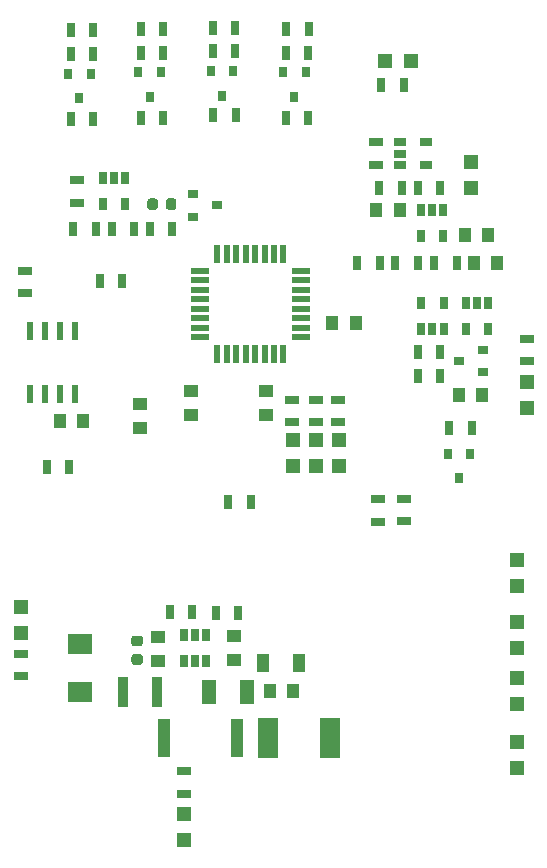
<source format=gbr>
G04 #@! TF.GenerationSoftware,KiCad,Pcbnew,5.0.2-bee76a0~70~ubuntu18.04.1*
G04 #@! TF.CreationDate,2019-04-27T20:52:58-04:00*
G04 #@! TF.ProjectId,Brakelight_Shutdown_BSPD,4272616b-656c-4696-9768-745f53687574,rev?*
G04 #@! TF.SameCoordinates,Original*
G04 #@! TF.FileFunction,Paste,Top*
G04 #@! TF.FilePolarity,Positive*
%FSLAX46Y46*%
G04 Gerber Fmt 4.6, Leading zero omitted, Abs format (unit mm)*
G04 Created by KiCad (PCBNEW 5.0.2-bee76a0~70~ubuntu18.04.1) date Sat 27 Apr 2019 08:52:58 PM EDT*
%MOMM*%
%LPD*%
G01*
G04 APERTURE LIST*
%ADD10R,0.800000X0.900000*%
%ADD11R,0.700000X1.300000*%
%ADD12R,1.250000X1.000000*%
%ADD13R,1.000000X1.250000*%
%ADD14R,1.200000X1.200000*%
%ADD15R,1.600000X0.550000*%
%ADD16R,0.550000X1.600000*%
%ADD17R,0.900000X0.800000*%
%ADD18R,1.300000X0.700000*%
%ADD19C,0.100000*%
%ADD20C,0.875000*%
%ADD21R,1.060000X0.650000*%
%ADD22R,0.650000X1.060000*%
%ADD23R,0.600000X1.550000*%
%ADD24R,1.780000X3.500000*%
%ADD25R,0.900000X2.500000*%
%ADD26R,1.200000X2.000000*%
%ADD27R,1.000000X3.200000*%
%ADD28R,1.000000X1.600000*%
%ADD29R,2.159000X1.778000*%
G04 APERTURE END LIST*
D10*
G04 #@! TO.C,Q7*
X184546200Y-62450400D03*
X183596200Y-60350400D03*
X185496200Y-60350400D03*
G04 #@! TD*
D11*
G04 #@! TO.C,R1*
X185115200Y-96875600D03*
X187015200Y-96875600D03*
G04 #@! TD*
D12*
G04 #@! TO.C,C1*
X177647600Y-90576400D03*
X177647600Y-88576400D03*
G04 #@! TD*
D13*
G04 #@! TO.C,C2*
X193878200Y-81737200D03*
X195878200Y-81737200D03*
G04 #@! TD*
D12*
G04 #@! TO.C,C3*
X188302900Y-89484200D03*
X188302900Y-87484200D03*
G04 #@! TD*
G04 #@! TO.C,C4*
X181952900Y-89452200D03*
X181952900Y-87452200D03*
G04 #@! TD*
D13*
G04 #@! TO.C,C5*
X199602600Y-72161400D03*
X197602600Y-72161400D03*
G04 #@! TD*
G04 #@! TO.C,C6*
X204622400Y-87833200D03*
X206622400Y-87833200D03*
G04 #@! TD*
G04 #@! TO.C,C8*
X207130400Y-74269600D03*
X205130400Y-74269600D03*
G04 #@! TD*
G04 #@! TO.C,C9*
X170840400Y-89966800D03*
X172840400Y-89966800D03*
G04 #@! TD*
G04 #@! TO.C,C10*
X205883000Y-76631800D03*
X207883000Y-76631800D03*
G04 #@! TD*
D14*
G04 #@! TO.C,D1*
X205663800Y-68056400D03*
X205663800Y-70256400D03*
G04 #@! TD*
G04 #@! TO.C,D4*
X210388200Y-88857000D03*
X210388200Y-86657000D03*
G04 #@! TD*
G04 #@! TO.C,D5*
X194462400Y-91622700D03*
X194462400Y-93822700D03*
G04 #@! TD*
G04 #@! TO.C,D7*
X209550000Y-101770000D03*
X209550000Y-103970000D03*
G04 #@! TD*
G04 #@! TO.C,D8*
X209550000Y-119380000D03*
X209550000Y-117180000D03*
G04 #@! TD*
G04 #@! TO.C,D9*
X209550000Y-107020000D03*
X209550000Y-109220000D03*
G04 #@! TD*
G04 #@! TO.C,D10*
X209550000Y-111760000D03*
X209550000Y-113960000D03*
G04 #@! TD*
G04 #@! TO.C,D12*
X192557400Y-93843200D03*
X192557400Y-91643200D03*
G04 #@! TD*
G04 #@! TO.C,D13*
X190588900Y-91643200D03*
X190588900Y-93843200D03*
G04 #@! TD*
D15*
G04 #@! TO.C,IC1*
X182719400Y-77286200D03*
X182719400Y-78086200D03*
X182719400Y-78886200D03*
X182719400Y-79686200D03*
X182719400Y-80486200D03*
X182719400Y-81286200D03*
X182719400Y-82086200D03*
X182719400Y-82886200D03*
D16*
X184169400Y-84336200D03*
X184969400Y-84336200D03*
X185769400Y-84336200D03*
X186569400Y-84336200D03*
X187369400Y-84336200D03*
X188169400Y-84336200D03*
X188969400Y-84336200D03*
X189769400Y-84336200D03*
D15*
X191219400Y-82886200D03*
X191219400Y-82086200D03*
X191219400Y-81286200D03*
X191219400Y-80486200D03*
X191219400Y-79686200D03*
X191219400Y-78886200D03*
X191219400Y-78086200D03*
X191219400Y-77286200D03*
D16*
X189769400Y-75836200D03*
X188969400Y-75836200D03*
X188169400Y-75836200D03*
X187369400Y-75836200D03*
X186569400Y-75836200D03*
X185769400Y-75836200D03*
X184969400Y-75836200D03*
X184169400Y-75836200D03*
G04 #@! TD*
D17*
G04 #@! TO.C,Q1*
X204597000Y-84912200D03*
X206697000Y-83962200D03*
X206697000Y-85862200D03*
G04 #@! TD*
D10*
G04 #@! TO.C,Q2*
X204637600Y-94860800D03*
X203687600Y-92760800D03*
X205587600Y-92760800D03*
G04 #@! TD*
G04 #@! TO.C,Q3*
X173443551Y-60587171D03*
X171543551Y-60587171D03*
X172493551Y-62687171D03*
G04 #@! TD*
G04 #@! TO.C,Q4*
X191653200Y-60485600D03*
X189753200Y-60485600D03*
X190703200Y-62585600D03*
G04 #@! TD*
G04 #@! TO.C,Q5*
X179385000Y-60485600D03*
X177485000Y-60485600D03*
X178435000Y-62585600D03*
G04 #@! TD*
D17*
G04 #@! TO.C,Q6*
X182075400Y-70779600D03*
X182075400Y-72679600D03*
X184175400Y-71729600D03*
G04 #@! TD*
D18*
G04 #@! TO.C,R2*
X197586600Y-68285400D03*
X197586600Y-66385400D03*
G04 #@! TD*
D11*
G04 #@! TO.C,R3*
X174233800Y-78130400D03*
X176133800Y-78130400D03*
G04 #@! TD*
G04 #@! TO.C,R4*
X171653200Y-93903800D03*
X169753200Y-93903800D03*
G04 #@! TD*
G04 #@! TO.C,R5*
X203047600Y-70231000D03*
X201147600Y-70231000D03*
G04 #@! TD*
G04 #@! TO.C,R6*
X201122200Y-86182200D03*
X203022200Y-86182200D03*
G04 #@! TD*
G04 #@! TO.C,R7*
X199771000Y-70231000D03*
X197871000Y-70231000D03*
G04 #@! TD*
G04 #@! TO.C,R8*
X196016800Y-76606400D03*
X197916800Y-76606400D03*
G04 #@! TD*
G04 #@! TO.C,R9*
X201122200Y-84175600D03*
X203022200Y-84175600D03*
G04 #@! TD*
G04 #@! TO.C,R11*
X201127400Y-76606400D03*
X199227400Y-76606400D03*
G04 #@! TD*
G04 #@! TO.C,R13*
X204429400Y-76631800D03*
X202529400Y-76631800D03*
G04 #@! TD*
D18*
G04 #@! TO.C,R14*
X167919400Y-79194700D03*
X167919400Y-77294700D03*
G04 #@! TD*
G04 #@! TO.C,R17*
X210362800Y-84937600D03*
X210362800Y-83037600D03*
G04 #@! TD*
D11*
G04 #@! TO.C,R18*
X203809600Y-90576400D03*
X205709600Y-90576400D03*
G04 #@! TD*
G04 #@! TO.C,R21*
X173661951Y-56891471D03*
X171761951Y-56891471D03*
G04 #@! TD*
G04 #@! TO.C,R22*
X173661951Y-58885371D03*
X171761951Y-58885371D03*
G04 #@! TD*
G04 #@! TO.C,R23*
X171749251Y-64384471D03*
X173649251Y-64384471D03*
G04 #@! TD*
G04 #@! TO.C,R24*
X171963000Y-73710800D03*
X173863000Y-73710800D03*
G04 #@! TD*
D18*
G04 #@! TO.C,R25*
X172288200Y-71511200D03*
X172288200Y-69611200D03*
G04 #@! TD*
D11*
G04 #@! TO.C,R26*
X189992000Y-56845200D03*
X191892000Y-56845200D03*
G04 #@! TD*
G04 #@! TO.C,R27*
X177134600Y-73710800D03*
X175234600Y-73710800D03*
G04 #@! TD*
G04 #@! TO.C,R28*
X177688200Y-56845200D03*
X179588200Y-56845200D03*
G04 #@! TD*
G04 #@! TO.C,R29*
X189981800Y-58801000D03*
X191881800Y-58801000D03*
G04 #@! TD*
G04 #@! TO.C,R30*
X177688200Y-58801000D03*
X179588200Y-58801000D03*
G04 #@! TD*
G04 #@! TO.C,R31*
X189946200Y-64312800D03*
X191846200Y-64312800D03*
G04 #@! TD*
G04 #@! TO.C,R32*
X179613600Y-64312800D03*
X177713600Y-64312800D03*
G04 #@! TD*
D19*
G04 #@! TO.C,R33*
G36*
X180503991Y-71154053D02*
X180525226Y-71157203D01*
X180546050Y-71162419D01*
X180566262Y-71169651D01*
X180585668Y-71178830D01*
X180604081Y-71189866D01*
X180621324Y-71202654D01*
X180637230Y-71217070D01*
X180651646Y-71232976D01*
X180664434Y-71250219D01*
X180675470Y-71268632D01*
X180684649Y-71288038D01*
X180691881Y-71308250D01*
X180697097Y-71329074D01*
X180700247Y-71350309D01*
X180701300Y-71371750D01*
X180701300Y-71884250D01*
X180700247Y-71905691D01*
X180697097Y-71926926D01*
X180691881Y-71947750D01*
X180684649Y-71967962D01*
X180675470Y-71987368D01*
X180664434Y-72005781D01*
X180651646Y-72023024D01*
X180637230Y-72038930D01*
X180621324Y-72053346D01*
X180604081Y-72066134D01*
X180585668Y-72077170D01*
X180566262Y-72086349D01*
X180546050Y-72093581D01*
X180525226Y-72098797D01*
X180503991Y-72101947D01*
X180482550Y-72103000D01*
X180045050Y-72103000D01*
X180023609Y-72101947D01*
X180002374Y-72098797D01*
X179981550Y-72093581D01*
X179961338Y-72086349D01*
X179941932Y-72077170D01*
X179923519Y-72066134D01*
X179906276Y-72053346D01*
X179890370Y-72038930D01*
X179875954Y-72023024D01*
X179863166Y-72005781D01*
X179852130Y-71987368D01*
X179842951Y-71967962D01*
X179835719Y-71947750D01*
X179830503Y-71926926D01*
X179827353Y-71905691D01*
X179826300Y-71884250D01*
X179826300Y-71371750D01*
X179827353Y-71350309D01*
X179830503Y-71329074D01*
X179835719Y-71308250D01*
X179842951Y-71288038D01*
X179852130Y-71268632D01*
X179863166Y-71250219D01*
X179875954Y-71232976D01*
X179890370Y-71217070D01*
X179906276Y-71202654D01*
X179923519Y-71189866D01*
X179941932Y-71178830D01*
X179961338Y-71169651D01*
X179981550Y-71162419D01*
X180002374Y-71157203D01*
X180023609Y-71154053D01*
X180045050Y-71153000D01*
X180482550Y-71153000D01*
X180503991Y-71154053D01*
X180503991Y-71154053D01*
G37*
D20*
X180263800Y-71628000D03*
D19*
G36*
X178928991Y-71154053D02*
X178950226Y-71157203D01*
X178971050Y-71162419D01*
X178991262Y-71169651D01*
X179010668Y-71178830D01*
X179029081Y-71189866D01*
X179046324Y-71202654D01*
X179062230Y-71217070D01*
X179076646Y-71232976D01*
X179089434Y-71250219D01*
X179100470Y-71268632D01*
X179109649Y-71288038D01*
X179116881Y-71308250D01*
X179122097Y-71329074D01*
X179125247Y-71350309D01*
X179126300Y-71371750D01*
X179126300Y-71884250D01*
X179125247Y-71905691D01*
X179122097Y-71926926D01*
X179116881Y-71947750D01*
X179109649Y-71967962D01*
X179100470Y-71987368D01*
X179089434Y-72005781D01*
X179076646Y-72023024D01*
X179062230Y-72038930D01*
X179046324Y-72053346D01*
X179029081Y-72066134D01*
X179010668Y-72077170D01*
X178991262Y-72086349D01*
X178971050Y-72093581D01*
X178950226Y-72098797D01*
X178928991Y-72101947D01*
X178907550Y-72103000D01*
X178470050Y-72103000D01*
X178448609Y-72101947D01*
X178427374Y-72098797D01*
X178406550Y-72093581D01*
X178386338Y-72086349D01*
X178366932Y-72077170D01*
X178348519Y-72066134D01*
X178331276Y-72053346D01*
X178315370Y-72038930D01*
X178300954Y-72023024D01*
X178288166Y-72005781D01*
X178277130Y-71987368D01*
X178267951Y-71967962D01*
X178260719Y-71947750D01*
X178255503Y-71926926D01*
X178252353Y-71905691D01*
X178251300Y-71884250D01*
X178251300Y-71371750D01*
X178252353Y-71350309D01*
X178255503Y-71329074D01*
X178260719Y-71308250D01*
X178267951Y-71288038D01*
X178277130Y-71268632D01*
X178288166Y-71250219D01*
X178300954Y-71232976D01*
X178315370Y-71217070D01*
X178331276Y-71202654D01*
X178348519Y-71189866D01*
X178366932Y-71178830D01*
X178386338Y-71169651D01*
X178406550Y-71162419D01*
X178427374Y-71157203D01*
X178448609Y-71154053D01*
X178470050Y-71153000D01*
X178907550Y-71153000D01*
X178928991Y-71154053D01*
X178928991Y-71154053D01*
G37*
D20*
X178688800Y-71628000D03*
G04 #@! TD*
D11*
G04 #@! TO.C,R34*
X180365400Y-73710800D03*
X178465400Y-73710800D03*
G04 #@! TD*
G04 #@! TO.C,R35*
X185674000Y-56743600D03*
X183774000Y-56743600D03*
G04 #@! TD*
G04 #@! TO.C,R37*
X185699400Y-58699400D03*
X183799400Y-58699400D03*
G04 #@! TD*
G04 #@! TO.C,R39*
X183824800Y-64109600D03*
X185724800Y-64109600D03*
G04 #@! TD*
D18*
G04 #@! TO.C,R41*
X197764400Y-98511400D03*
X197764400Y-96611400D03*
G04 #@! TD*
G04 #@! TO.C,R42*
X199948800Y-98496200D03*
X199948800Y-96596200D03*
G04 #@! TD*
G04 #@! TO.C,R44*
X194398900Y-90116700D03*
X194398900Y-88216700D03*
G04 #@! TD*
G04 #@! TO.C,R45*
X192493900Y-88219200D03*
X192493900Y-90119200D03*
G04 #@! TD*
G04 #@! TO.C,R46*
X190525400Y-90119200D03*
X190525400Y-88219200D03*
G04 #@! TD*
D21*
G04 #@! TO.C,U1*
X201810800Y-66410800D03*
X201810800Y-68310800D03*
X199610800Y-68310800D03*
X199610800Y-67360800D03*
X199610800Y-66410800D03*
G04 #@! TD*
D22*
G04 #@! TO.C,U2*
X203311800Y-72128200D03*
X202361800Y-72128200D03*
X201411800Y-72128200D03*
X201411800Y-74328200D03*
X203311800Y-74328200D03*
G04 #@! TD*
D23*
G04 #@! TO.C,U3*
X168300400Y-87739200D03*
X169570400Y-87739200D03*
X170840400Y-87739200D03*
X172110400Y-87739200D03*
X172110400Y-82339200D03*
X170840400Y-82339200D03*
X169570400Y-82339200D03*
X168300400Y-82339200D03*
G04 #@! TD*
D22*
G04 #@! TO.C,U5*
X201437200Y-82194400D03*
X202387200Y-82194400D03*
X203337200Y-82194400D03*
X203337200Y-79994400D03*
X201437200Y-79994400D03*
G04 #@! TD*
G04 #@! TO.C,U6*
X207086200Y-82194400D03*
X205186200Y-82194400D03*
X205186200Y-79994400D03*
X206136200Y-79994400D03*
X207086200Y-79994400D03*
G04 #@! TD*
G04 #@! TO.C,U7*
X176370200Y-69425600D03*
X175420200Y-69425600D03*
X174470200Y-69425600D03*
X174470200Y-71625600D03*
X176370200Y-71625600D03*
G04 #@! TD*
D14*
G04 #@! TO.C,D11*
X198366200Y-59537600D03*
X200566200Y-59537600D03*
G04 #@! TD*
D11*
G04 #@! TO.C,R36*
X198059000Y-61518800D03*
X199959000Y-61518800D03*
G04 #@! TD*
D24*
G04 #@! TO.C,COUT102*
X188455300Y-116840000D03*
X193735300Y-116840000D03*
G04 #@! TD*
D12*
G04 #@! TO.C,C103*
X185597800Y-108220000D03*
X185597800Y-110220000D03*
G04 #@! TD*
G04 #@! TO.C,C102*
X179184300Y-110299500D03*
X179184300Y-108299500D03*
G04 #@! TD*
D19*
G04 #@! TO.C,C101*
G36*
X177656051Y-109741233D02*
X177677286Y-109744383D01*
X177698110Y-109749599D01*
X177718322Y-109756831D01*
X177737728Y-109766010D01*
X177756141Y-109777046D01*
X177773384Y-109789834D01*
X177789290Y-109804250D01*
X177803706Y-109820156D01*
X177816494Y-109837399D01*
X177827530Y-109855812D01*
X177836709Y-109875218D01*
X177843941Y-109895430D01*
X177849157Y-109916254D01*
X177852307Y-109937489D01*
X177853360Y-109958930D01*
X177853360Y-110396430D01*
X177852307Y-110417871D01*
X177849157Y-110439106D01*
X177843941Y-110459930D01*
X177836709Y-110480142D01*
X177827530Y-110499548D01*
X177816494Y-110517961D01*
X177803706Y-110535204D01*
X177789290Y-110551110D01*
X177773384Y-110565526D01*
X177756141Y-110578314D01*
X177737728Y-110589350D01*
X177718322Y-110598529D01*
X177698110Y-110605761D01*
X177677286Y-110610977D01*
X177656051Y-110614127D01*
X177634610Y-110615180D01*
X177122110Y-110615180D01*
X177100669Y-110614127D01*
X177079434Y-110610977D01*
X177058610Y-110605761D01*
X177038398Y-110598529D01*
X177018992Y-110589350D01*
X177000579Y-110578314D01*
X176983336Y-110565526D01*
X176967430Y-110551110D01*
X176953014Y-110535204D01*
X176940226Y-110517961D01*
X176929190Y-110499548D01*
X176920011Y-110480142D01*
X176912779Y-110459930D01*
X176907563Y-110439106D01*
X176904413Y-110417871D01*
X176903360Y-110396430D01*
X176903360Y-109958930D01*
X176904413Y-109937489D01*
X176907563Y-109916254D01*
X176912779Y-109895430D01*
X176920011Y-109875218D01*
X176929190Y-109855812D01*
X176940226Y-109837399D01*
X176953014Y-109820156D01*
X176967430Y-109804250D01*
X176983336Y-109789834D01*
X177000579Y-109777046D01*
X177018992Y-109766010D01*
X177038398Y-109756831D01*
X177058610Y-109749599D01*
X177079434Y-109744383D01*
X177100669Y-109741233D01*
X177122110Y-109740180D01*
X177634610Y-109740180D01*
X177656051Y-109741233D01*
X177656051Y-109741233D01*
G37*
D20*
X177378360Y-110177680D03*
D19*
G36*
X177656051Y-108166233D02*
X177677286Y-108169383D01*
X177698110Y-108174599D01*
X177718322Y-108181831D01*
X177737728Y-108191010D01*
X177756141Y-108202046D01*
X177773384Y-108214834D01*
X177789290Y-108229250D01*
X177803706Y-108245156D01*
X177816494Y-108262399D01*
X177827530Y-108280812D01*
X177836709Y-108300218D01*
X177843941Y-108320430D01*
X177849157Y-108341254D01*
X177852307Y-108362489D01*
X177853360Y-108383930D01*
X177853360Y-108821430D01*
X177852307Y-108842871D01*
X177849157Y-108864106D01*
X177843941Y-108884930D01*
X177836709Y-108905142D01*
X177827530Y-108924548D01*
X177816494Y-108942961D01*
X177803706Y-108960204D01*
X177789290Y-108976110D01*
X177773384Y-108990526D01*
X177756141Y-109003314D01*
X177737728Y-109014350D01*
X177718322Y-109023529D01*
X177698110Y-109030761D01*
X177677286Y-109035977D01*
X177656051Y-109039127D01*
X177634610Y-109040180D01*
X177122110Y-109040180D01*
X177100669Y-109039127D01*
X177079434Y-109035977D01*
X177058610Y-109030761D01*
X177038398Y-109023529D01*
X177018992Y-109014350D01*
X177000579Y-109003314D01*
X176983336Y-108990526D01*
X176967430Y-108976110D01*
X176953014Y-108960204D01*
X176940226Y-108942961D01*
X176929190Y-108924548D01*
X176920011Y-108905142D01*
X176912779Y-108884930D01*
X176907563Y-108864106D01*
X176904413Y-108842871D01*
X176903360Y-108821430D01*
X176903360Y-108383930D01*
X176904413Y-108362489D01*
X176907563Y-108341254D01*
X176912779Y-108320430D01*
X176920011Y-108300218D01*
X176929190Y-108280812D01*
X176940226Y-108262399D01*
X176953014Y-108245156D01*
X176967430Y-108229250D01*
X176983336Y-108214834D01*
X177000579Y-108202046D01*
X177018992Y-108191010D01*
X177038398Y-108181831D01*
X177058610Y-108174599D01*
X177079434Y-108169383D01*
X177100669Y-108166233D01*
X177122110Y-108165180D01*
X177634610Y-108165180D01*
X177656051Y-108166233D01*
X177656051Y-108166233D01*
G37*
D20*
X177378360Y-108602680D03*
G04 #@! TD*
D25*
G04 #@! TO.C,F101*
X176146800Y-112966500D03*
X179046800Y-112966500D03*
G04 #@! TD*
D26*
G04 #@! TO.C,L101*
X183502700Y-112905540D03*
X186702700Y-112905540D03*
G04 #@! TD*
D11*
G04 #@! TO.C,R103*
X185920420Y-106217720D03*
X184020420Y-106217720D03*
G04 #@! TD*
G04 #@! TO.C,R102*
X180134220Y-106202480D03*
X182034220Y-106202480D03*
G04 #@! TD*
D18*
G04 #@! TO.C,R105*
X181326000Y-119639000D03*
X181326000Y-121539000D03*
G04 #@! TD*
D27*
G04 #@! TO.C,R104*
X185854200Y-116845080D03*
X179654200Y-116845080D03*
G04 #@! TD*
D22*
G04 #@! TO.C,U101*
X183253600Y-108104800D03*
X182303600Y-108104800D03*
X181353600Y-108104800D03*
X181353600Y-110304800D03*
X183253600Y-110304800D03*
X182303600Y-110304800D03*
G04 #@! TD*
D28*
G04 #@! TO.C,COUT101*
X188074300Y-110490000D03*
X191074300Y-110490000D03*
G04 #@! TD*
D13*
G04 #@! TO.C,COUT103*
X188598300Y-112839500D03*
X190598300Y-112839500D03*
G04 #@! TD*
D29*
G04 #@! TO.C,D101*
X172580300Y-108902500D03*
X172580300Y-112966500D03*
G04 #@! TD*
D14*
G04 #@! TO.C,D103*
X181326000Y-123289000D03*
X181326000Y-125489000D03*
G04 #@! TD*
G04 #@! TO.C,D102*
X167526000Y-107939000D03*
X167526000Y-105739000D03*
G04 #@! TD*
D18*
G04 #@! TO.C,R101*
X167526000Y-111589000D03*
X167526000Y-109689000D03*
G04 #@! TD*
M02*

</source>
